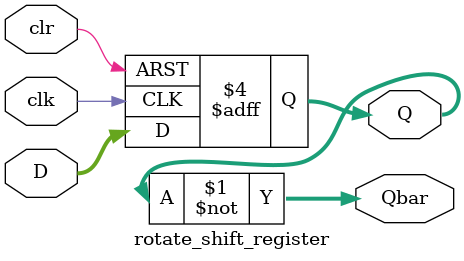
<source format=v>
`timescale 1ns / 1ps


module rotate_shift_register
#(parameter LEN = 4)
(
    input clk,
    input clr,
    input [(LEN-1):0] D,
    output reg [(LEN-1):0] Q,
    output [(LEN-1):0] Qbar    
);

    assign Qbar = ~Q;
    
    initial begin
        Q <= {(LEN){1'b1}};
    end
    
    always @(posedge clr or posedge clk) begin
        if (clr) begin
            Q <= {(LEN){1'b0}};
        end
        else begin
            Q <= D;
        end
    end
endmodule

</source>
